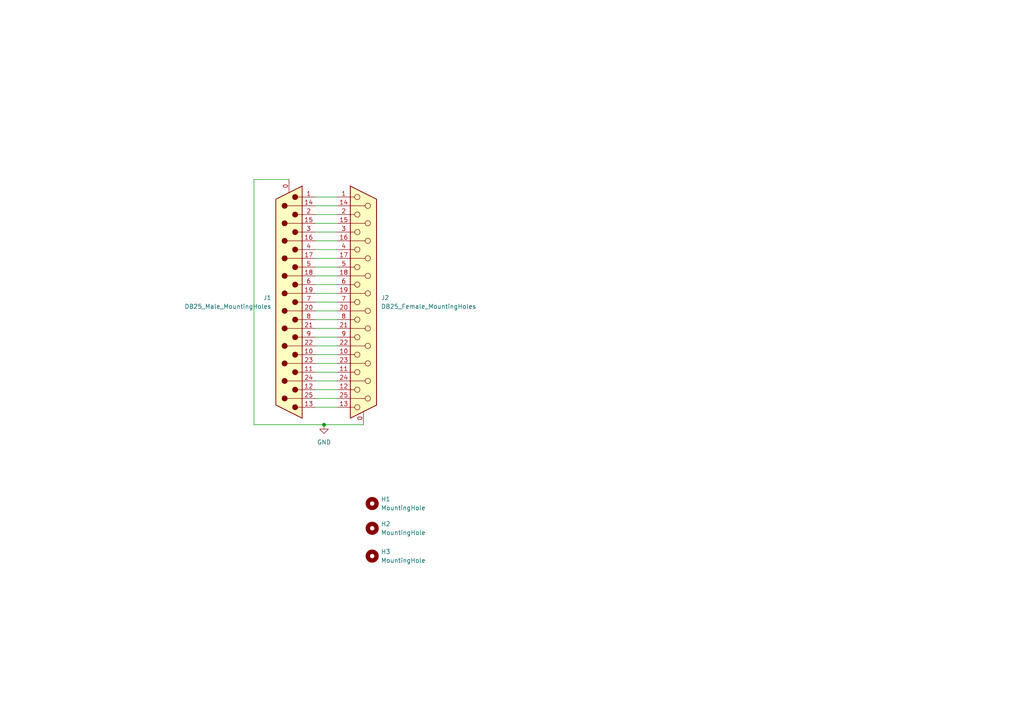
<source format=kicad_sch>
(kicad_sch (version 20211123) (generator eeschema)
  (paper "A4")
  (lib_symbols
    (symbol "4ms_Power:GND" (power) (pin_names (offset 0))
      (property "Value" "GND" (at 0 -3.81 0))
      (symbol "GND_0_1"
        (polyline (pts (xy 0 0) (xy 0 -1.27) (xy 1.27 -1.27) (xy 0 -2.54) (xy -1.27 -1.27) (xy 0 -1.27)))
      )
      (symbol "GND_1_1"
        (pin power_in line (at 0 0 270) (length 0) hide (name "GND") (number "1"))
      )
    )
    (symbol "Connector:DB25_Female_MountingHoles" (pin_names (offset 1.016) hide)
      (property "Reference" "J" (at 0 36.83 0))
      (property "Value" "DB25_Female_MountingHoles" (at 0 34.925 0))
      (symbol "DB25_Female_MountingHoles_0_1"
        (circle (center -1.778 -30.48) (radius 0.762))
        (circle (center -1.778 -25.4) (radius 0.762))
        (circle (center -1.778 -20.32) (radius 0.762))
        (circle (center -1.778 -15.24) (radius 0.762))
        (circle (center -1.778 -10.16) (radius 0.762))
        (circle (center -1.778 -5.08) (radius 0.762))
        (circle (center -1.778 0) (radius 0.762))
        (circle (center -1.778 5.08) (radius 0.762))
        (circle (center -1.778 10.16) (radius 0.762))
        (circle (center -1.778 15.24) (radius 0.762))
        (circle (center -1.778 20.32) (radius 0.762))
        (circle (center -1.778 25.4) (radius 0.762))
        (circle (center -1.778 30.48) (radius 0.762))
        (polyline (pts (xy -3.81 -30.48) (xy -2.54 -30.48)))
        (polyline (pts (xy -3.81 -27.94) (xy 0.508 -27.94)))
        (polyline (pts (xy -3.81 -25.4) (xy -2.54 -25.4)))
        (polyline (pts (xy -3.81 -22.86) (xy 0.508 -22.86)))
        (polyline (pts (xy -3.81 -20.32) (xy -2.54 -20.32)))
        (polyline (pts (xy -3.81 -17.78) (xy 0.508 -17.78)))
        (polyline (pts (xy -3.81 -15.24) (xy -2.54 -15.24)))
        (polyline (pts (xy -3.81 -12.7) (xy 0.508 -12.7)))
        (polyline (pts (xy -3.81 -10.16) (xy -2.54 -10.16)))
        (polyline (pts (xy -3.81 -7.62) (xy 0.508 -7.62)))
        (polyline (pts (xy -3.81 -5.08) (xy -2.54 -5.08)))
        (polyline (pts (xy -3.81 -2.54) (xy 0.508 -2.54)))
        (polyline (pts (xy -3.81 0) (xy -2.54 0)))
        (polyline (pts (xy -3.81 2.54) (xy 0.508 2.54)))
        (polyline (pts (xy -3.81 5.08) (xy -2.54 5.08)))
        (polyline (pts (xy -3.81 7.62) (xy 0.508 7.62)))
        (polyline (pts (xy -3.81 10.16) (xy -2.54 10.16)))
        (polyline (pts (xy -3.81 12.7) (xy 0.508 12.7)))
        (polyline (pts (xy -3.81 15.24) (xy -2.54 15.24)))
        (polyline (pts (xy -3.81 17.78) (xy 0.508 17.78)))
        (polyline (pts (xy -3.81 20.32) (xy -2.54 20.32)))
        (polyline (pts (xy -3.81 22.86) (xy 0.508 22.86)))
        (polyline (pts (xy -3.81 25.4) (xy -2.54 25.4)))
        (polyline (pts (xy -3.81 27.94) (xy 0.508 27.94)))
        (polyline (pts (xy -3.81 30.48) (xy -2.54 30.48)))
        (polyline (pts (xy -3.81 33.655) (xy 3.81 29.845) (xy 3.81 -29.845) (xy -3.81 -33.655) (xy -3.81 33.655)) (stroke (width 0.254)) (fill (type background)))
        (circle (center 1.27 -27.94) (radius 0.762))
        (circle (center 1.27 -22.86) (radius 0.762))
        (circle (center 1.27 -17.78) (radius 0.762))
        (circle (center 1.27 -12.7) (radius 0.762))
        (circle (center 1.27 -7.62) (radius 0.762))
        (circle (center 1.27 -2.54) (radius 0.762))
        (circle (center 1.27 2.54) (radius 0.762))
        (circle (center 1.27 7.62) (radius 0.762))
        (circle (center 1.27 12.7) (radius 0.762))
        (circle (center 1.27 17.78) (radius 0.762))
        (circle (center 1.27 22.86) (radius 0.762))
        (circle (center 1.27 27.94) (radius 0.762))
      )
      (symbol "DB25_Female_MountingHoles_1_1"
        (pin passive line (at 0 -35.56 90) (length 3.81) (name "PAD") (number "0"))
        (pin passive line (at -7.62 30.48 0) (length 3.81) (name "1") (number "1"))
        (pin passive line (at -7.62 -15.24 0) (length 3.81) (name "10") (number "10"))
        (pin passive line (at -7.62 -20.32 0) (length 3.81) (name "11") (number "11"))
        (pin passive line (at -7.62 -25.4 0) (length 3.81) (name "12") (number "12"))
        (pin passive line (at -7.62 -30.48 0) (length 3.81) (name "13") (number "13"))
        (pin passive line (at -7.62 27.94 0) (length 3.81) (name "P14") (number "14"))
        (pin passive line (at -7.62 22.86 0) (length 3.81) (name "P15") (number "15"))
        (pin passive line (at -7.62 17.78 0) (length 3.81) (name "P16") (number "16"))
        (pin passive line (at -7.62 12.7 0) (length 3.81) (name "P17") (number "17"))
        (pin passive line (at -7.62 7.62 0) (length 3.81) (name "P18") (number "18"))
        (pin passive line (at -7.62 2.54 0) (length 3.81) (name "P19") (number "19"))
        (pin passive line (at -7.62 25.4 0) (length 3.81) (name "2") (number "2"))
        (pin passive line (at -7.62 -2.54 0) (length 3.81) (name "P20") (number "20"))
        (pin passive line (at -7.62 -7.62 0) (length 3.81) (name "P21") (number "21"))
        (pin passive line (at -7.62 -12.7 0) (length 3.81) (name "P22") (number "22"))
        (pin passive line (at -7.62 -17.78 0) (length 3.81) (name "P23") (number "23"))
        (pin passive line (at -7.62 -22.86 0) (length 3.81) (name "P24") (number "24"))
        (pin passive line (at -7.62 -27.94 0) (length 3.81) (name "P25") (number "25"))
        (pin passive line (at -7.62 20.32 0) (length 3.81) (name "3") (number "3"))
        (pin passive line (at -7.62 15.24 0) (length 3.81) (name "4") (number "4"))
        (pin passive line (at -7.62 10.16 0) (length 3.81) (name "5") (number "5"))
        (pin passive line (at -7.62 5.08 0) (length 3.81) (name "6") (number "6"))
        (pin passive line (at -7.62 0 0) (length 3.81) (name "7") (number "7"))
        (pin passive line (at -7.62 -5.08 0) (length 3.81) (name "8") (number "8"))
        (pin passive line (at -7.62 -10.16 0) (length 3.81) (name "9") (number "9"))
      )
    )
    (symbol "Connector:DB25_Male_MountingHoles" (pin_names (offset 1.016) hide)
      (property "Reference" "J" (at 0 36.83 0))
      (property "Value" "DB25_Male_MountingHoles" (at 0 34.925 0))
      (symbol "DB25_Male_MountingHoles_0_1"
        (circle (center -1.778 -30.48) (radius 0.762) (fill (type outline)))
        (circle (center -1.778 -25.4) (radius 0.762) (fill (type outline)))
        (circle (center -1.778 -20.32) (radius 0.762) (fill (type outline)))
        (circle (center -1.778 -15.24) (radius 0.762) (fill (type outline)))
        (circle (center -1.778 -10.16) (radius 0.762) (fill (type outline)))
        (circle (center -1.778 -5.08) (radius 0.762) (fill (type outline)))
        (circle (center -1.778 0) (radius 0.762) (fill (type outline)))
        (circle (center -1.778 5.08) (radius 0.762) (fill (type outline)))
        (circle (center -1.778 10.16) (radius 0.762) (fill (type outline)))
        (circle (center -1.778 15.24) (radius 0.762) (fill (type outline)))
        (circle (center -1.778 20.32) (radius 0.762) (fill (type outline)))
        (circle (center -1.778 25.4) (radius 0.762) (fill (type outline)))
        (circle (center -1.778 30.48) (radius 0.762) (fill (type outline)))
        (polyline (pts (xy -3.81 -30.48) (xy -2.54 -30.48)))
        (polyline (pts (xy -3.81 -27.94) (xy 0.508 -27.94)))
        (polyline (pts (xy -3.81 -25.4) (xy -2.54 -25.4)))
        (polyline (pts (xy -3.81 -22.86) (xy 0.508 -22.86)))
        (polyline (pts (xy -3.81 -20.32) (xy -2.54 -20.32)))
        (polyline (pts (xy -3.81 -17.78) (xy 0.508 -17.78)))
        (polyline (pts (xy -3.81 -15.24) (xy -2.54 -15.24)))
        (polyline (pts (xy -3.81 -12.7) (xy 0.508 -12.7)))
        (polyline (pts (xy -3.81 -10.16) (xy -2.54 -10.16)))
        (polyline (pts (xy -3.81 -7.62) (xy 0.508 -7.62)))
        (polyline (pts (xy -3.81 -5.08) (xy -2.54 -5.08)))
        (polyline (pts (xy -3.81 -2.54) (xy 0.508 -2.54)))
        (polyline (pts (xy -3.81 0) (xy -2.54 0)))
        (polyline (pts (xy -3.81 2.54) (xy 0.508 2.54)))
        (polyline (pts (xy -3.81 5.08) (xy -2.54 5.08)))
        (polyline (pts (xy -3.81 7.62) (xy 0.508 7.62)))
        (polyline (pts (xy -3.81 10.16) (xy -2.54 10.16)))
        (polyline (pts (xy -3.81 12.7) (xy 0.508 12.7)))
        (polyline (pts (xy -3.81 15.24) (xy -2.54 15.24)))
        (polyline (pts (xy -3.81 17.78) (xy 0.508 17.78)))
        (polyline (pts (xy -3.81 20.32) (xy -2.54 20.32)))
        (polyline (pts (xy -3.81 22.86) (xy 0.508 22.86)))
        (polyline (pts (xy -3.81 25.4) (xy -2.54 25.4)))
        (polyline (pts (xy -3.81 27.94) (xy 0.508 27.94)))
        (polyline (pts (xy -3.81 30.48) (xy -2.54 30.48)))
        (polyline (pts (xy -3.81 -33.655) (xy 3.81 -29.845) (xy 3.81 29.845) (xy -3.81 33.655) (xy -3.81 -33.655)) (stroke (width 0.254)) (fill (type background)))
        (circle (center 1.27 -27.94) (radius 0.762) (fill (type outline)))
        (circle (center 1.27 -22.86) (radius 0.762) (fill (type outline)))
        (circle (center 1.27 -17.78) (radius 0.762) (fill (type outline)))
        (circle (center 1.27 -12.7) (radius 0.762) (fill (type outline)))
        (circle (center 1.27 -7.62) (radius 0.762) (fill (type outline)))
        (circle (center 1.27 -2.54) (radius 0.762) (fill (type outline)))
        (circle (center 1.27 2.54) (radius 0.762) (fill (type outline)))
        (circle (center 1.27 7.62) (radius 0.762) (fill (type outline)))
        (circle (center 1.27 12.7) (radius 0.762) (fill (type outline)))
        (circle (center 1.27 17.78) (radius 0.762) (fill (type outline)))
        (circle (center 1.27 22.86) (radius 0.762) (fill (type outline)))
        (circle (center 1.27 27.94) (radius 0.762) (fill (type outline)))
      )
      (symbol "DB25_Male_MountingHoles_1_1"
        (pin passive line (at 0 -35.56 90) (length 3.81) (name "PAD") (number "0"))
        (pin passive line (at -7.62 -30.48 0) (length 3.81) (name "1") (number "1"))
        (pin passive line (at -7.62 15.24 0) (length 3.81) (name "10") (number "10"))
        (pin passive line (at -7.62 20.32 0) (length 3.81) (name "11") (number "11"))
        (pin passive line (at -7.62 25.4 0) (length 3.81) (name "12") (number "12"))
        (pin passive line (at -7.62 30.48 0) (length 3.81) (name "13") (number "13"))
        (pin passive line (at -7.62 -27.94 0) (length 3.81) (name "P14") (number "14"))
        (pin passive line (at -7.62 -22.86 0) (length 3.81) (name "P15") (number "15"))
        (pin passive line (at -7.62 -17.78 0) (length 3.81) (name "P16") (number "16"))
        (pin passive line (at -7.62 -12.7 0) (length 3.81) (name "P17") (number "17"))
        (pin passive line (at -7.62 -7.62 0) (length 3.81) (name "P18") (number "18"))
        (pin passive line (at -7.62 -2.54 0) (length 3.81) (name "P19") (number "19"))
        (pin passive line (at -7.62 -25.4 0) (length 3.81) (name "2") (number "2"))
        (pin passive line (at -7.62 2.54 0) (length 3.81) (name "P20") (number "20"))
        (pin passive line (at -7.62 7.62 0) (length 3.81) (name "P21") (number "21"))
        (pin passive line (at -7.62 12.7 0) (length 3.81) (name "P22") (number "22"))
        (pin passive line (at -7.62 17.78 0) (length 3.81) (name "P23") (number "23"))
        (pin passive line (at -7.62 22.86 0) (length 3.81) (name "P24") (number "24"))
        (pin passive line (at -7.62 27.94 0) (length 3.81) (name "P25") (number "25"))
        (pin passive line (at -7.62 -20.32 0) (length 3.81) (name "3") (number "3"))
        (pin passive line (at -7.62 -15.24 0) (length 3.81) (name "4") (number "4"))
        (pin passive line (at -7.62 -10.16 0) (length 3.81) (name "5") (number "5"))
        (pin passive line (at -7.62 -5.08 0) (length 3.81) (name "6") (number "6"))
        (pin passive line (at -7.62 0 0) (length 3.81) (name "7") (number "7"))
        (pin passive line (at -7.62 5.08 0) (length 3.81) (name "8") (number "8"))
        (pin passive line (at -7.62 10.16 0) (length 3.81) (name "9") (number "9"))
      )
    )
    (symbol "Mechanical:MountingHole" (pin_names (offset 1.016))
      (property "Reference" "H" (at 0 5.08 0))
      (property "Value" "MountingHole" (at 0 3.175 0))
      (symbol "MountingHole_0_1"
        (circle (center 0 0) (radius 1.27) (stroke (width 1.27)))
      )
    )
  )
  (junction (at 93.98 123.19))
  (wire (pts (xy 97.79 64.77) (xy 91.44 64.77)))
  (wire (pts (xy 97.79 110.49) (xy 91.44 110.49)))
  (wire (pts (xy 97.79 80.01) (xy 91.44 80.01)))
  (wire (pts (xy 97.79 105.41) (xy 91.44 105.41)))
  (wire (pts (xy 83.82 52.07) (xy 73.66 52.07)))
  (wire (pts (xy 97.79 74.93) (xy 91.44 74.93)))
  (wire (pts (xy 97.79 62.23) (xy 91.44 62.23)))
  (wire (pts (xy 97.79 77.47) (xy 91.44 77.47)))
  (wire (pts (xy 97.79 115.57) (xy 91.44 115.57)))
  (wire (pts (xy 97.79 90.17) (xy 91.44 90.17)))
  (wire (pts (xy 97.79 85.09) (xy 91.44 85.09)))
  (wire (pts (xy 97.79 92.71) (xy 91.44 92.71)))
  (wire (pts (xy 97.79 57.15) (xy 91.44 57.15)))
  (wire (pts (xy 97.79 82.55) (xy 91.44 82.55)))
  (wire (pts (xy 93.98 123.19) (xy 105.41 123.19)))
  (wire (pts (xy 73.66 123.19) (xy 93.98 123.19)))
  (wire (pts (xy 73.66 52.07) (xy 73.66 123.19)))
  (wire (pts (xy 97.79 67.31) (xy 91.44 67.31)))
  (wire (pts (xy 97.79 69.85) (xy 91.44 69.85)))
  (wire (pts (xy 97.79 107.95) (xy 91.44 107.95)))
  (wire (pts (xy 97.79 113.03) (xy 91.44 113.03)))
  (wire (pts (xy 97.79 59.69) (xy 91.44 59.69)))
  (wire (pts (xy 97.79 102.87) (xy 91.44 102.87)))
  (wire (pts (xy 97.79 97.79) (xy 91.44 97.79)))
  (wire (pts (xy 97.79 72.39) (xy 91.44 72.39)))
  (wire (pts (xy 97.79 118.11) (xy 91.44 118.11)))
  (wire (pts (xy 97.79 100.33) (xy 91.44 100.33)))
  (wire (pts (xy 97.79 95.25) (xy 91.44 95.25)))
  (wire (pts (xy 97.79 87.63) (xy 91.44 87.63)))
  (symbol (lib_id "Mechanical:MountingHole") (at 107.95 161.29 0) (unit 1)
    (property "Reference" "H3" (at 110.49 160.0199 0) (effects (justify left)))
    (property "Value" "MountingHole" (at 110.49 162.5599 0) (effects (justify left)))
    (property "Footprint" "MountingHole:MountingHole_3.2mm_M3" (effects hide))
  )
  (symbol (lib_id "Connector:DB25_Female_MountingHoles") (at 105.41 87.63 0) (unit 1)
    (property "Reference" "J2" (at 110.49 86.3599 0) (effects (justify left)))
    (property "Value" "DB25_Female_MountingHoles" (at 110.49 88.8999 0) (effects (justify left)))
    (property "Footprint" "Connector_Dsub:DSUB-25_Female_Horizontal_P2.77x2.84mm_EdgePinOffset7.70mm_Housed_MountingHolesOffset9.12mm" (effects hide))
    (property "Datasheet" " ~" (effects hide))
  )
  (symbol (lib_id "4ms_Power:GND") (at 93.98 123.19 0) (unit 1)
    (property "Reference" "#PWR01" (effects hide))
    (property "Value" "GND" (at 93.98 128.27 0))
  )
  (symbol (lib_id "Mechanical:MountingHole") (at 107.959 153.2249 0) (unit 1)
    (property "Reference" "H2" (at 110.499 151.9548 0) (effects (justify left)))
    (property "Value" "MountingHole" (at 110.499 154.4948 0) (effects (justify left)))
    (property "Footprint" "MountingHole:MountingHole_3.2mm_M3" (effects hide))
  )
  (symbol (lib_id "Mechanical:MountingHole") (at 107.95 146.05 0) (unit 1)
    (property "Reference" "H1" (at 110.49 144.7799 0) (effects (justify left)))
    (property "Value" "MountingHole" (at 110.49 147.3199 0) (effects (justify left)))
    (property "Footprint" "MountingHole:MountingHole_3.2mm_M3" (effects hide))
  )
  (symbol (lib_id "Connector:DB25_Male_MountingHoles") (at 83.82 87.63 180) (unit 1)
    (property "Reference" "J1" (at 78.74 86.3599 0) (effects (justify left)))
    (property "Value" "DB25_Male_MountingHoles" (at 78.74 88.8999 0) (effects (justify left)))
    (property "Footprint" "Connector_Dsub:DSUB-25_Male_Horizontal_P2.77x2.84mm_EdgePinOffset7.70mm_Housed_MountingHolesOffset9.12mm" (effects hide))
    (property "Datasheet" " ~" (effects hide))
  )
)
</source>
